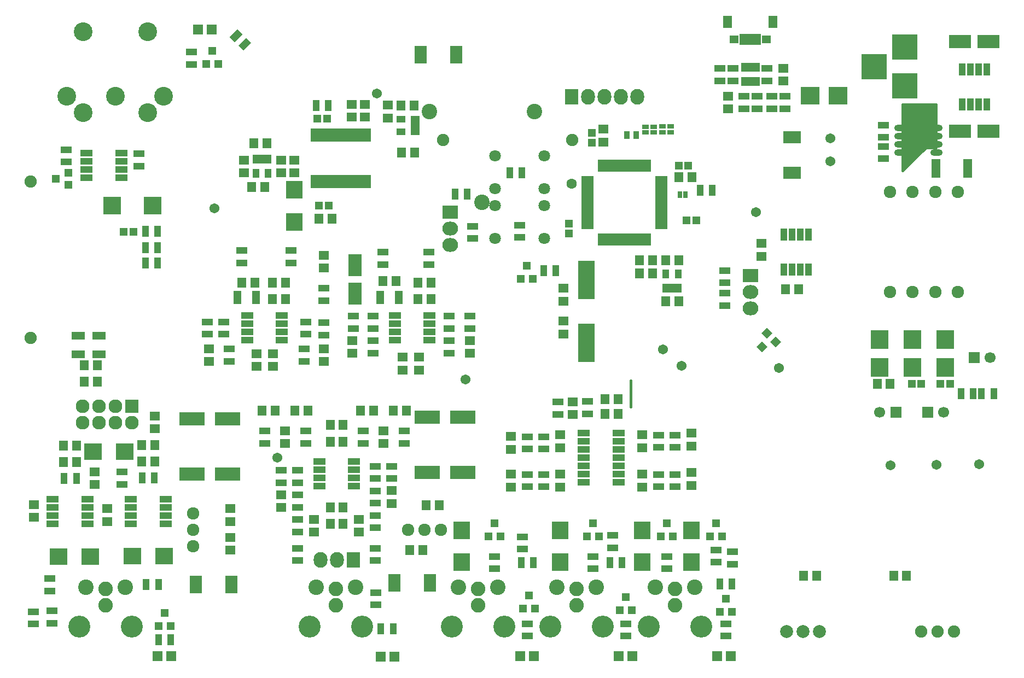
<source format=gbr>
G04 #@! TF.FileFunction,Soldermask,Top*
%FSLAX45Y45*%
G04 Gerber Fmt 4.5, Leading zero omitted, Abs format (unit mm)*
G04 Created by KiCad (PCBNEW 4.0.0-stable) date 12/22/2015 12:01:39 PM*
%MOMM*%
G01*
G04 APERTURE LIST*
%ADD10C,0.100000*%
%ADD11C,0.400000*%
%ADD12C,2.899360*%
%ADD13R,1.400000X1.650000*%
%ADD14R,1.700000X1.100000*%
%ADD15R,1.900000X1.000000*%
%ADD16R,1.650000X1.400000*%
%ADD17C,1.900000*%
%ADD18C,2.400000*%
%ADD19R,2.770000X2.830000*%
%ADD20R,1.200000X1.150000*%
%ADD21R,2.000200X3.399740*%
%ADD22R,3.399740X2.000200*%
%ADD23C,1.700000*%
%ADD24R,1.700000X1.700000*%
%ADD25R,3.999180X2.000200*%
%ADD26R,2.630000X2.770000*%
%ADD27R,2.770000X2.630000*%
%ADD28R,3.900120X3.900120*%
%ADD29R,2.899360X2.701240*%
%ADD30R,1.200100X1.200100*%
%ADD31R,1.598880X1.598880*%
%ADD32R,2.701240X2.899360*%
%ADD33R,2.800000X1.900000*%
%ADD34R,1.900000X2.800000*%
%ADD35R,1.100000X1.700000*%
%ADD36R,2.127200X2.432000*%
%ADD37O,2.127200X2.432000*%
%ADD38R,2.432000X2.127200*%
%ADD39O,2.432000X2.127200*%
%ADD40R,0.800000X1.750000*%
%ADD41R,1.400000X1.200000*%
%ADD42R,1.400000X1.950000*%
%ADD43R,2.127200X2.127200*%
%ADD44O,2.127200X2.127200*%
%ADD45R,1.000000X1.950000*%
%ADD46O,1.873200X1.009600*%
%ADD47C,1.797000*%
%ADD48R,0.700000X1.900000*%
%ADD49R,1.900000X0.700000*%
%ADD50R,1.050000X1.460000*%
%ADD51R,0.850000X2.150000*%
%ADD52R,1.950000X1.000000*%
%ADD53C,1.924000*%
%ADD54R,1.460000X1.050000*%
%ADD55R,2.500580X6.000700*%
%ADD56R,1.150000X1.200000*%
%ADD57R,0.800000X1.000000*%
%ADD58C,3.400000*%
%ADD59C,2.250000*%
%ADD60R,1.300000X2.100000*%
%ADD61R,2.100000X1.300000*%
%ADD62C,1.600000*%
%ADD63R,0.900000X1.300000*%
%ADD64R,1.400000X2.900000*%
%ADD65R,1.000000X0.800000*%
%ADD66C,1.543000*%
%ADD67C,2.000000*%
%ADD68C,1.901140*%
%ADD69C,0.254000*%
G04 APERTURE END LIST*
D10*
D11*
X10871200Y-10769600D02*
X10871200Y-11176000D01*
D12*
X3645408Y-6370320D03*
X2395982Y-6620510D03*
X2895600Y-6370574D03*
X2145792Y-6370320D03*
X3395218Y-6620510D03*
X2395474Y-5370830D03*
X3395726Y-5370830D03*
D13*
X7529500Y-7239000D03*
X7329500Y-7239000D03*
D14*
X8064500Y-10153900D03*
X8064500Y-10343900D03*
D15*
X10144000Y-11582400D03*
X10144000Y-11709400D03*
X10144000Y-11836400D03*
X10144000Y-11963400D03*
X10144000Y-12090400D03*
X10144000Y-12217400D03*
X10144000Y-12344400D03*
X10684000Y-12344400D03*
X10684000Y-12217400D03*
X10684000Y-12090400D03*
X10684000Y-11963400D03*
X10684000Y-11836400D03*
X10684000Y-11709400D03*
X10684000Y-11582400D03*
D16*
X6565900Y-10148900D03*
X6565900Y-10348900D03*
D13*
X5053000Y-9258300D03*
X4853000Y-9258300D03*
X5326696Y-9251517D03*
X5526696Y-9251517D03*
X5326696Y-9505517D03*
X5526696Y-9505517D03*
D14*
X5715000Y-12160500D03*
X5715000Y-12350500D03*
X5207000Y-11551238D03*
X5207000Y-11741238D03*
X6921500Y-12859000D03*
X6921500Y-13049000D03*
D17*
X9969500Y-7048500D03*
X7969500Y-7048500D03*
D18*
X8569500Y-8008500D03*
X9379500Y-6608500D03*
X7759500Y-6608500D03*
D16*
X9831099Y-9343241D03*
X9831099Y-9543241D03*
X9831099Y-10051241D03*
X9831099Y-9851241D03*
D13*
X11212500Y-8909050D03*
X11012500Y-8909050D03*
X11212500Y-9112250D03*
X11012500Y-9112250D03*
X11622100Y-7620000D03*
X11822100Y-7620000D03*
D16*
X12382500Y-6564300D03*
X12382500Y-6364300D03*
X10452100Y-7078650D03*
X10452100Y-6878650D03*
X13233400Y-5932500D03*
X13233400Y-6132500D03*
D19*
X3474300Y-8064500D03*
X2850300Y-8064500D03*
D16*
X6552278Y-6690762D03*
X6552278Y-6490762D03*
X6755478Y-6690762D03*
X6755478Y-6490762D03*
X5664200Y-7554900D03*
X5664200Y-7354900D03*
X5461000Y-7554900D03*
X5461000Y-7354900D03*
D20*
X6046400Y-8064500D03*
X6196400Y-8064500D03*
D13*
X6046800Y-8267700D03*
X6246800Y-8267700D03*
D20*
X6021000Y-6718300D03*
X6171000Y-6718300D03*
D21*
X6604000Y-8987536D03*
X6604000Y-9427464D03*
D22*
X16412464Y-5524500D03*
X15972536Y-5524500D03*
X15972536Y-6908800D03*
X16412464Y-6908800D03*
D13*
X13468721Y-9355519D03*
X13268721Y-9355519D03*
X11413849Y-9544841D03*
X11613849Y-9544841D03*
D16*
X4673600Y-13396900D03*
X4673600Y-13196900D03*
D13*
X7456500Y-13398500D03*
X7656500Y-13398500D03*
D16*
X4673600Y-12752400D03*
X4673600Y-12952400D03*
D13*
X7710500Y-12700000D03*
X7910500Y-12700000D03*
X14689150Y-10820400D03*
X14889150Y-10820400D03*
D16*
X12898821Y-8645919D03*
X12898821Y-8845919D03*
D13*
X11413849Y-8909841D03*
X11613849Y-8909841D03*
D23*
X14725650Y-11264900D03*
D24*
X14975650Y-11264900D03*
D25*
X4081018Y-12217400D03*
X4631182Y-12217400D03*
X8276082Y-11341100D03*
X7725918Y-11341100D03*
D20*
X15816650Y-10820400D03*
X15666650Y-10820400D03*
X15222150Y-10820400D03*
X15372150Y-10820400D03*
D25*
X4081018Y-11366500D03*
X4631182Y-11366500D03*
X8276082Y-12192000D03*
X7725918Y-12192000D03*
D23*
X16436150Y-10414000D03*
D24*
X16186150Y-10414000D03*
D23*
X15716250Y-11264900D03*
D24*
X15466250Y-11264900D03*
D13*
X5242795Y-7099300D03*
X5042795Y-7099300D03*
X7316800Y-6515100D03*
X7516800Y-6515100D03*
D16*
X4888795Y-7554846D03*
X4888795Y-7354846D03*
X7112000Y-6704000D03*
X7112000Y-6504000D03*
D13*
X5204695Y-7772346D03*
X5004695Y-7772346D03*
D26*
X5664200Y-8311500D03*
X5664200Y-7817500D03*
D13*
X2614403Y-10791446D03*
X2414403Y-10791446D03*
X2614403Y-10537446D03*
X2414403Y-10537446D03*
D16*
X6121400Y-9028100D03*
X6121400Y-8828100D03*
D13*
X7237400Y-9232900D03*
X7037400Y-9232900D03*
D16*
X5335040Y-10354376D03*
X5335040Y-10554376D03*
X5081040Y-10354376D03*
X5081040Y-10554376D03*
X3505200Y-11517300D03*
X3505200Y-11317300D03*
X2578100Y-12380900D03*
X2578100Y-12180900D03*
X8382000Y-10148900D03*
X8382000Y-10348900D03*
X6121400Y-10475900D03*
X6121400Y-10275900D03*
X4343400Y-10275900D03*
X4343400Y-10475900D03*
D13*
X3303600Y-12026900D03*
X3503600Y-12026900D03*
D27*
X2547000Y-11874500D03*
X3041000Y-11874500D03*
D13*
X2296903Y-12036046D03*
X2096903Y-12036046D03*
X3303600Y-11772900D03*
X3503600Y-11772900D03*
D16*
X7342384Y-10407175D03*
X7342384Y-10607175D03*
D13*
X2296903Y-11782046D03*
X2096903Y-11782046D03*
D16*
X7596384Y-10407175D03*
X7596384Y-10607175D03*
D13*
X7581728Y-9512638D03*
X7781728Y-9512638D03*
X7581728Y-9258638D03*
X7781728Y-9258638D03*
X6694500Y-11239500D03*
X6894500Y-11239500D03*
X7202500Y-11239500D03*
X7402500Y-11239500D03*
X5678500Y-11239500D03*
X5878500Y-11239500D03*
X5170500Y-11239500D03*
X5370500Y-11239500D03*
D16*
X1638300Y-12688900D03*
X1638300Y-12888900D03*
X2768600Y-12752400D03*
X2768600Y-12952400D03*
D27*
X3650600Y-13487400D03*
X3156600Y-13487400D03*
X2507403Y-13496546D03*
X2013403Y-13496546D03*
D16*
X7048500Y-11546238D03*
X7048500Y-11746238D03*
X5524500Y-11546238D03*
X5524500Y-11746238D03*
X7175500Y-12673000D03*
X7175500Y-12473000D03*
D13*
X6422828Y-11722100D03*
X6222828Y-11722100D03*
D16*
X5461000Y-12736500D03*
X5461000Y-12536500D03*
D13*
X6422828Y-11455738D03*
X6222828Y-11455738D03*
X6222828Y-12738100D03*
X6422828Y-12738100D03*
X6222828Y-12992100D03*
X6422828Y-12992100D03*
D16*
X6667500Y-12917500D03*
X6667500Y-13117500D03*
X5969000Y-12917500D03*
X5969000Y-13117500D03*
D26*
X9779000Y-13088000D03*
X9779000Y-13582000D03*
X8255000Y-13088000D03*
X8255000Y-13582000D03*
X11049000Y-13088000D03*
X11049000Y-13582000D03*
X11811000Y-13088000D03*
X11811000Y-13582000D03*
D16*
X9017000Y-11834800D03*
X9017000Y-11634800D03*
X9017000Y-12219000D03*
X9017000Y-12419000D03*
X11811000Y-12192000D03*
X11811000Y-12392000D03*
X11811000Y-11784000D03*
X11811000Y-11584000D03*
X9779000Y-11809400D03*
X9779000Y-11609400D03*
X9779000Y-12219000D03*
X9779000Y-12419000D03*
X11049000Y-12219000D03*
X11049000Y-12419000D03*
X11049000Y-11809400D03*
X11049000Y-11609400D03*
D13*
X10676322Y-11288709D03*
X10476322Y-11288709D03*
X10476322Y-11060109D03*
X10676322Y-11060109D03*
D16*
X9973346Y-11097943D03*
X9973346Y-11297943D03*
D13*
X14943150Y-13792200D03*
X15143150Y-13792200D03*
X13552500Y-13792200D03*
X13752500Y-13792200D03*
D17*
X1583200Y-7690400D03*
X1583200Y-10110400D03*
D28*
X15113000Y-6208014D03*
X15113000Y-5608066D03*
X14643100Y-5908040D03*
D29*
X14083284Y-6362700D03*
X13653516Y-6362700D03*
D30*
X2170176Y-7740400D03*
X2170176Y-7550400D03*
X1970278Y-7645400D03*
D31*
X4384802Y-5334000D03*
X4174998Y-5334000D03*
D32*
X15741650Y-10565384D03*
X15741650Y-10135616D03*
X14725650Y-10135616D03*
X14725650Y-10565384D03*
X15233650Y-10565384D03*
X15233650Y-10135616D03*
D10*
G36*
X13198610Y-10167350D02*
X13113750Y-10252210D01*
X13028890Y-10167350D01*
X13113750Y-10082490D01*
X13198610Y-10167350D01*
X13198610Y-10167350D01*
G37*
G36*
X13064260Y-10033000D02*
X12979400Y-10117860D01*
X12894540Y-10033000D01*
X12979400Y-9948140D01*
X13064260Y-10033000D01*
X13064260Y-10033000D01*
G37*
G36*
X12990086Y-10241524D02*
X12905226Y-10326384D01*
X12820366Y-10241524D01*
X12905226Y-10156665D01*
X12990086Y-10241524D01*
X12990086Y-10241524D01*
G37*
D31*
X3762502Y-15036800D03*
X3552698Y-15036800D03*
X7216902Y-15046198D03*
X7007098Y-15046198D03*
X9375902Y-15036800D03*
X9166098Y-15036800D03*
X10899902Y-15036800D03*
X10690098Y-15036800D03*
X12420600Y-15036800D03*
X12210796Y-15036800D03*
D30*
X12097000Y-13181076D03*
X12287000Y-13181076D03*
X12192000Y-12981178D03*
X8668000Y-13181076D03*
X8858000Y-13181076D03*
X8763000Y-12981178D03*
X10192000Y-13181076D03*
X10382000Y-13181076D03*
X10287000Y-12981178D03*
X11335000Y-13181076D03*
X11525000Y-13181076D03*
X11430000Y-12981178D03*
D14*
X12979400Y-6127500D03*
X12979400Y-5937500D03*
X12255500Y-5937500D03*
X12255500Y-6127500D03*
D33*
X13373100Y-7002100D03*
X13373100Y-7552100D03*
D34*
X4694600Y-13931900D03*
X4144600Y-13931900D03*
X7768000Y-13906500D03*
X7218000Y-13906500D03*
X8174400Y-5727700D03*
X7624400Y-5727700D03*
D14*
X6121400Y-9531100D03*
X6121400Y-9341100D03*
X2997200Y-12375900D03*
X2997200Y-12185900D03*
D35*
X3562100Y-13931900D03*
X3372100Y-13931900D03*
D14*
X1879600Y-13836900D03*
X1879600Y-14026900D03*
D36*
X9956800Y-6375400D03*
D37*
X10210800Y-6375400D03*
X10464800Y-6375400D03*
X10718800Y-6375400D03*
X10972800Y-6375400D03*
D38*
X12723033Y-9142550D03*
D39*
X12723033Y-9396550D03*
X12723033Y-9650550D03*
D38*
X8077200Y-8166100D03*
D39*
X8077200Y-8420100D03*
X8077200Y-8674100D03*
D40*
X12855490Y-5490254D03*
X12790490Y-5490254D03*
X12725490Y-5490254D03*
X12660490Y-5490254D03*
X12595490Y-5490254D03*
D41*
X12975490Y-5490254D03*
X12475490Y-5490254D03*
D42*
X13075490Y-5220254D03*
X12375490Y-5220254D03*
D43*
X3149403Y-11172446D03*
D44*
X3149403Y-11426446D03*
X2895403Y-11172446D03*
X2895403Y-11426446D03*
X2641403Y-11172446D03*
X2641403Y-11426446D03*
X2387403Y-11172446D03*
X2387403Y-11426446D03*
D30*
X4299200Y-5865876D03*
X4489200Y-5865876D03*
X4394200Y-5665978D03*
D45*
X16002000Y-6493000D03*
X16129000Y-6493000D03*
X16256000Y-6493000D03*
X16383000Y-6493000D03*
X16383000Y-5953000D03*
X16256000Y-5953000D03*
X16129000Y-5953000D03*
X16002000Y-5953000D03*
D46*
X15049500Y-6858000D03*
X15049500Y-6985000D03*
X15049500Y-7112000D03*
X15049500Y-7239000D03*
X15608300Y-7239000D03*
X15608300Y-7112000D03*
X15608300Y-6985000D03*
X15608300Y-6858000D03*
D30*
X3562600Y-14569622D03*
X3752600Y-14569622D03*
X3657600Y-14369724D03*
D14*
X9150350Y-8553200D03*
X9150350Y-8363200D03*
D35*
X8998200Y-7550150D03*
X9188200Y-7550150D03*
D14*
X12331700Y-9068050D03*
X12331700Y-9258050D03*
X12331700Y-9607300D03*
X12331700Y-9417300D03*
D35*
X8153900Y-7886700D03*
X8343900Y-7886700D03*
D14*
X8426450Y-8572250D03*
X8426450Y-8382250D03*
X12827000Y-6369300D03*
X12827000Y-6559300D03*
X12623800Y-6369300D03*
X12623800Y-6559300D03*
X13258800Y-6369300D03*
X13258800Y-6559300D03*
X13055600Y-6559300D03*
X13055600Y-6369300D03*
X12458700Y-5937500D03*
X12458700Y-6127500D03*
D35*
X3549400Y-8458200D03*
X3359400Y-8458200D03*
X3549400Y-8712200D03*
X3359400Y-8712200D03*
X3549400Y-8953500D03*
X3359400Y-8953500D03*
X12134600Y-7823200D03*
X11944600Y-7823200D03*
D14*
X2133600Y-7194800D03*
X2133600Y-7384800D03*
D35*
X6001000Y-6515100D03*
X6191000Y-6515100D03*
D14*
X3263900Y-7258300D03*
X3263900Y-7448300D03*
X4076700Y-5873500D03*
X4076700Y-5683500D03*
D10*
G36*
X5001195Y-5541387D02*
X4880987Y-5661595D01*
X4803205Y-5583813D01*
X4923413Y-5463605D01*
X5001195Y-5541387D01*
X5001195Y-5541387D01*
G37*
G36*
X4866845Y-5407037D02*
X4746637Y-5527245D01*
X4668855Y-5449463D01*
X4789063Y-5329255D01*
X4866845Y-5407037D01*
X4866845Y-5407037D01*
G37*
D14*
X14782800Y-7003800D03*
X14782800Y-6813800D03*
X14782800Y-7334000D03*
X14782800Y-7144000D03*
D35*
X16490700Y-10972800D03*
X16300700Y-10972800D03*
X16173200Y-10972800D03*
X15983200Y-10972800D03*
X3752403Y-14782800D03*
X3562403Y-14782800D03*
D14*
X7035800Y-8782300D03*
X7035800Y-8972300D03*
X5613400Y-8946900D03*
X5613400Y-8756900D03*
X7747000Y-8782300D03*
X7747000Y-8972300D03*
X4851400Y-8946900D03*
X4851400Y-8756900D03*
X8382000Y-9772900D03*
X8382000Y-9962900D03*
X6883400Y-9962900D03*
X6883400Y-9772900D03*
X6121400Y-10064500D03*
X6121400Y-9874500D03*
X4316228Y-9862138D03*
X4316228Y-10052138D03*
X6578600Y-9962900D03*
X6578600Y-9772900D03*
X4570228Y-9862138D03*
X4570228Y-10052138D03*
X5840228Y-9862138D03*
X5840228Y-10052138D03*
X8064500Y-9772900D03*
X8064500Y-9962900D03*
X6883400Y-10153900D03*
X6883400Y-10343900D03*
X5816600Y-10280900D03*
X5816600Y-10470900D03*
X4660900Y-10280900D03*
X4660900Y-10470900D03*
X7366000Y-11551238D03*
X7366000Y-11741238D03*
X7175500Y-12097000D03*
X7175500Y-12287000D03*
X5461000Y-12160500D03*
X5461000Y-12350500D03*
X6731000Y-11551238D03*
X6731000Y-11741238D03*
X6921500Y-12097000D03*
X6921500Y-12287000D03*
X5842000Y-11551238D03*
X5842000Y-11741238D03*
D35*
X3308600Y-12280900D03*
X3498600Y-12280900D03*
X2101903Y-12290046D03*
X2291903Y-12290046D03*
D14*
X6921500Y-12668000D03*
X6921500Y-12478000D03*
X5715000Y-12541500D03*
X5715000Y-12731500D03*
X5715000Y-12922500D03*
X5715000Y-13112500D03*
X6921500Y-13557000D03*
X6921500Y-13367000D03*
X5715000Y-13557000D03*
X5715000Y-13367000D03*
D35*
X7004300Y-14617700D03*
X7194300Y-14617700D03*
D14*
X1917700Y-14338550D03*
X1917700Y-14528550D03*
X6927850Y-14052800D03*
X6927850Y-14242800D03*
X9271000Y-14725400D03*
X9271000Y-14535400D03*
X10795000Y-14725400D03*
X10795000Y-14535400D03*
X12344400Y-14725400D03*
X12344400Y-14535400D03*
X9194800Y-13189200D03*
X9194800Y-13379200D03*
X10591800Y-13360400D03*
X10591800Y-13170400D03*
X12446000Y-13614400D03*
X12446000Y-13424400D03*
X10287000Y-13494000D03*
X10287000Y-13684000D03*
X8763000Y-13494000D03*
X8763000Y-13684000D03*
X11430000Y-13494000D03*
X11430000Y-13684000D03*
X12192000Y-13392400D03*
X12192000Y-13582400D03*
X9525000Y-11639800D03*
X9525000Y-11829800D03*
X9525000Y-12414000D03*
X9525000Y-12224000D03*
X11303000Y-12414000D03*
X11303000Y-12224000D03*
X11303000Y-11804400D03*
X11303000Y-11614400D03*
X9271000Y-11639800D03*
X9271000Y-11829800D03*
X9271000Y-12414000D03*
X9271000Y-12224000D03*
X11557000Y-12414000D03*
X11557000Y-12224000D03*
X11557000Y-11614400D03*
X11557000Y-11804400D03*
X10201946Y-11286343D03*
X10201946Y-11096343D03*
X9744746Y-11292943D03*
X9744746Y-11102943D03*
D47*
X8775700Y-8572500D03*
X8775700Y-8064500D03*
X9537700Y-8572500D03*
X9537700Y-8064500D03*
X9537700Y-7289800D03*
X9537700Y-7797800D03*
X8775700Y-7289800D03*
X8775700Y-7797800D03*
D48*
X10402249Y-8584491D03*
X10452249Y-8584491D03*
X10502249Y-8584491D03*
X10552249Y-8584491D03*
X10602249Y-8584491D03*
X10652249Y-8584491D03*
X10702249Y-8584491D03*
X10752249Y-8584491D03*
X10802249Y-8584491D03*
X10852249Y-8584491D03*
X10902249Y-8584491D03*
X10952249Y-8584491D03*
X11002249Y-8584491D03*
X11052249Y-8584491D03*
X11102249Y-8584491D03*
X11152249Y-8584491D03*
D49*
X11347249Y-8389491D03*
X11347249Y-8339491D03*
X11347249Y-8289491D03*
X11347249Y-8239491D03*
X11347249Y-8189491D03*
X11347249Y-8139491D03*
X11347249Y-8089491D03*
X11347249Y-8039491D03*
X11347249Y-7989491D03*
X11347249Y-7939491D03*
X11347249Y-7889491D03*
X11347249Y-7839491D03*
X11347249Y-7789491D03*
X11347249Y-7739491D03*
X11347249Y-7689491D03*
X11347249Y-7639491D03*
D48*
X11152249Y-7444491D03*
X11102249Y-7444491D03*
X11052249Y-7444491D03*
X11002249Y-7444491D03*
X10952249Y-7444491D03*
X10902249Y-7444491D03*
X10852249Y-7444491D03*
X10802249Y-7444491D03*
X10752249Y-7444491D03*
X10702249Y-7444491D03*
X10652249Y-7444491D03*
X10602249Y-7444491D03*
X10552249Y-7444491D03*
X10502249Y-7444491D03*
X10452249Y-7444491D03*
X10402249Y-7444491D03*
D49*
X10207249Y-7639491D03*
X10207249Y-7689491D03*
X10207249Y-7739491D03*
X10207249Y-7789491D03*
X10207249Y-7839491D03*
X10207249Y-7889491D03*
X10207249Y-7939491D03*
X10207249Y-7989491D03*
X10207249Y-8039491D03*
X10207249Y-8089491D03*
X10207249Y-8139491D03*
X10207249Y-8189491D03*
X10207249Y-8239491D03*
X10207249Y-8289491D03*
X10207249Y-8339491D03*
X10207249Y-8389491D03*
D50*
X12820400Y-5922500D03*
X12725400Y-5922500D03*
X12630400Y-5922500D03*
X12630400Y-6142500D03*
X12820400Y-6142500D03*
X12725400Y-6142500D03*
D51*
X6810600Y-6967900D03*
X6745600Y-6967900D03*
X6680600Y-6967900D03*
X6615600Y-6967900D03*
X6550600Y-6967900D03*
X6485600Y-6967900D03*
X6420600Y-6967900D03*
X6355600Y-6967900D03*
X6290600Y-6967900D03*
X6225600Y-6967900D03*
X6160600Y-6967900D03*
X6095600Y-6967900D03*
X6030600Y-6967900D03*
X5965600Y-6967900D03*
X5965600Y-7687900D03*
X6030600Y-7687900D03*
X6095600Y-7687900D03*
X6160600Y-7687900D03*
X6225600Y-7687900D03*
X6290600Y-7687900D03*
X6355600Y-7687900D03*
X6420600Y-7687900D03*
X6485600Y-7687900D03*
X6550600Y-7687900D03*
X6615600Y-7687900D03*
X6680600Y-7687900D03*
X6745600Y-7687900D03*
X6810600Y-7687900D03*
D52*
X2447800Y-7251700D03*
X2447800Y-7378700D03*
X2447800Y-7505700D03*
X2447800Y-7632700D03*
X2987800Y-7632700D03*
X2987800Y-7505700D03*
X2987800Y-7378700D03*
X2987800Y-7251700D03*
D53*
X4102100Y-13081000D03*
X4102100Y-13335000D03*
X4102100Y-12827000D03*
X7683500Y-13081000D03*
X7937500Y-13081000D03*
X7429500Y-13081000D03*
D45*
X13241721Y-9054019D03*
X13368721Y-9054019D03*
X13495721Y-9054019D03*
X13622721Y-9054019D03*
X13622721Y-8514019D03*
X13495721Y-8514019D03*
X13368721Y-8514019D03*
X13241721Y-8514019D03*
D50*
X11418849Y-9337341D03*
X11513849Y-9337341D03*
X11608849Y-9337341D03*
X11608849Y-9117341D03*
X11418849Y-9117341D03*
D54*
X7539500Y-6914900D03*
X7539500Y-6819900D03*
X7539500Y-6724900D03*
X7319500Y-6724900D03*
X7319500Y-6914900D03*
D50*
X5263195Y-7344846D03*
X5168195Y-7344846D03*
X5073195Y-7344846D03*
X5073195Y-7564846D03*
X5263195Y-7564846D03*
D52*
X7761228Y-10147638D03*
X7761228Y-10020638D03*
X7761228Y-9893638D03*
X7761228Y-9766638D03*
X7221228Y-9766638D03*
X7221228Y-9893638D03*
X7221228Y-10020638D03*
X7221228Y-10147638D03*
X5475228Y-10147638D03*
X5475228Y-10020638D03*
X5475228Y-9893638D03*
X5475228Y-9766638D03*
X4935228Y-9766638D03*
X4935228Y-9893638D03*
X4935228Y-10020638D03*
X4935228Y-10147638D03*
X3673403Y-12988546D03*
X3673403Y-12861546D03*
X3673403Y-12734546D03*
X3673403Y-12607546D03*
X3133403Y-12607546D03*
X3133403Y-12734546D03*
X3133403Y-12861546D03*
X3133403Y-12988546D03*
X2466903Y-12988546D03*
X2466903Y-12861546D03*
X2466903Y-12734546D03*
X2466903Y-12607546D03*
X1926903Y-12607546D03*
X1926903Y-12734546D03*
X1926903Y-12861546D03*
X1926903Y-12988546D03*
X6592828Y-12408238D03*
X6592828Y-12281238D03*
X6592828Y-12154238D03*
X6592828Y-12027238D03*
X6052828Y-12027238D03*
X6052828Y-12154238D03*
X6052828Y-12281238D03*
X6052828Y-12408238D03*
D55*
X10186699Y-10182127D03*
X10186699Y-9212355D03*
D56*
X10274300Y-7085400D03*
X10274300Y-6935400D03*
D20*
X11736000Y-8293100D03*
X11886000Y-8293100D03*
X11615350Y-7442200D03*
X11765350Y-7442200D03*
D56*
X9918700Y-8488750D03*
X9918700Y-8338750D03*
D20*
X3023800Y-8470900D03*
X3173800Y-8470900D03*
D57*
X11722650Y-7893050D03*
X11632650Y-7893050D03*
D58*
X3149600Y-14579600D03*
X2336800Y-14579600D03*
D18*
X3048000Y-13970000D03*
X2438400Y-13970000D03*
D59*
X2743200Y-13995400D03*
X2743200Y-14249400D03*
D58*
X6718300Y-14579600D03*
X5905500Y-14579600D03*
D18*
X6616700Y-13970000D03*
X6007100Y-13970000D03*
D59*
X6311900Y-13995400D03*
X6311900Y-14249400D03*
D58*
X11963400Y-14579600D03*
X11150600Y-14579600D03*
D18*
X11861800Y-13970000D03*
X11252200Y-13970000D03*
D59*
X11557000Y-13995400D03*
X11557000Y-14249400D03*
D58*
X8915400Y-14579600D03*
X8102600Y-14579600D03*
D18*
X8813800Y-13970000D03*
X8204200Y-13970000D03*
D59*
X8509000Y-13995400D03*
X8509000Y-14249400D03*
D58*
X10439400Y-14579600D03*
X9626600Y-14579600D03*
D18*
X10337800Y-13970000D03*
X9728200Y-13970000D03*
D59*
X10033000Y-13995400D03*
X10033000Y-14249400D03*
D36*
X6578600Y-13550900D03*
D37*
X6324600Y-13550900D03*
X6070600Y-13550900D03*
D60*
X7282400Y-9486900D03*
X6992400Y-9486900D03*
X5072600Y-9486900D03*
X4782600Y-9486900D03*
D61*
X2641403Y-10074946D03*
X2641403Y-10364946D03*
X2323903Y-10074946D03*
X2323903Y-10364946D03*
D30*
X12249400Y-14349476D03*
X12439400Y-14349476D03*
X12344400Y-14149578D03*
X9201400Y-14298676D03*
X9391400Y-14298676D03*
X9296400Y-14098778D03*
X10700000Y-14324076D03*
X10890000Y-14324076D03*
X10795000Y-14124178D03*
D35*
X12249400Y-13919200D03*
X12439400Y-13919200D03*
X9176000Y-13589000D03*
X9366000Y-13589000D03*
X10547600Y-13589000D03*
X10737600Y-13589000D03*
D53*
X15586450Y-9398300D03*
X15236450Y-9398300D03*
X14886450Y-9398300D03*
X15936450Y-9398300D03*
X15586450Y-7848300D03*
X15236450Y-7848300D03*
X14886450Y-7848300D03*
X15936450Y-7848300D03*
D62*
X9956800Y-7721600D03*
D63*
X10960100Y-6972300D03*
X10810100Y-6972300D03*
D64*
X15598250Y-7486650D03*
X16088250Y-7486650D03*
D30*
X9169650Y-9193276D03*
X9359650Y-9193276D03*
X9264650Y-8993378D03*
D14*
X1625600Y-14351500D03*
X1625600Y-14541500D03*
D35*
X9525250Y-9067800D03*
X9715250Y-9067800D03*
D65*
X11100000Y-6930000D03*
X11100000Y-6840000D03*
X11490000Y-6925000D03*
X11490000Y-6835000D03*
X11360000Y-6925000D03*
X11360000Y-6835000D03*
X11230000Y-6930000D03*
X11230000Y-6840000D03*
D66*
X16268700Y-12065000D03*
X13963650Y-7023100D03*
X13963650Y-7372350D03*
X15601950Y-12071350D03*
X14897100Y-12084050D03*
X12807950Y-8166100D03*
X11372850Y-10287000D03*
X5403850Y-11963400D03*
X8318500Y-10756900D03*
X13169900Y-10579100D03*
X6940550Y-6324600D03*
X4425950Y-8102600D03*
D67*
X13538200Y-14655800D03*
X13792200Y-14655800D03*
X13284200Y-14655800D03*
D68*
X15621000Y-14655800D03*
X15875000Y-14655800D03*
X15367000Y-14655800D03*
D66*
X11658600Y-10541000D03*
D69*
G36*
X15608300Y-7175500D02*
X15443200Y-7175500D01*
X15438259Y-7176501D01*
X15434220Y-7179220D01*
X15082339Y-7531100D01*
X15074900Y-7531100D01*
X15074900Y-6489700D01*
X15608300Y-6489700D01*
X15608300Y-7175500D01*
X15608300Y-7175500D01*
G37*
X15608300Y-7175500D02*
X15443200Y-7175500D01*
X15438259Y-7176501D01*
X15434220Y-7179220D01*
X15082339Y-7531100D01*
X15074900Y-7531100D01*
X15074900Y-6489700D01*
X15608300Y-6489700D01*
X15608300Y-7175500D01*
M02*

</source>
